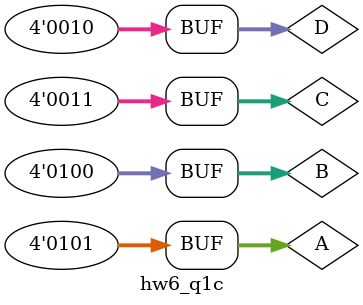
<source format=v>
module hw6_q1c;
	reg [3:0] A, B, C, D;
	wire [4:0] F;

	hw6_q1b DUT(
	.A(A), .B(B), .C(C), .D(D), .F(F)
	);

	initial begin
		$monitor( $time, ": (%2d + %2d) - (%2d + %2d) = %2d",
					A, B, C, D, F);
	end

	initial begin
		A = 15; B = 15; C = 0; D = 0; #10;
		A = 9; B = 10; C = 2; D = 1; #10;
		A = 8; B = 10; C = 11; D = 0; #10;
		A = 5; B = 4; C = 3; D = 2; #10;
	end
endmodule

</source>
